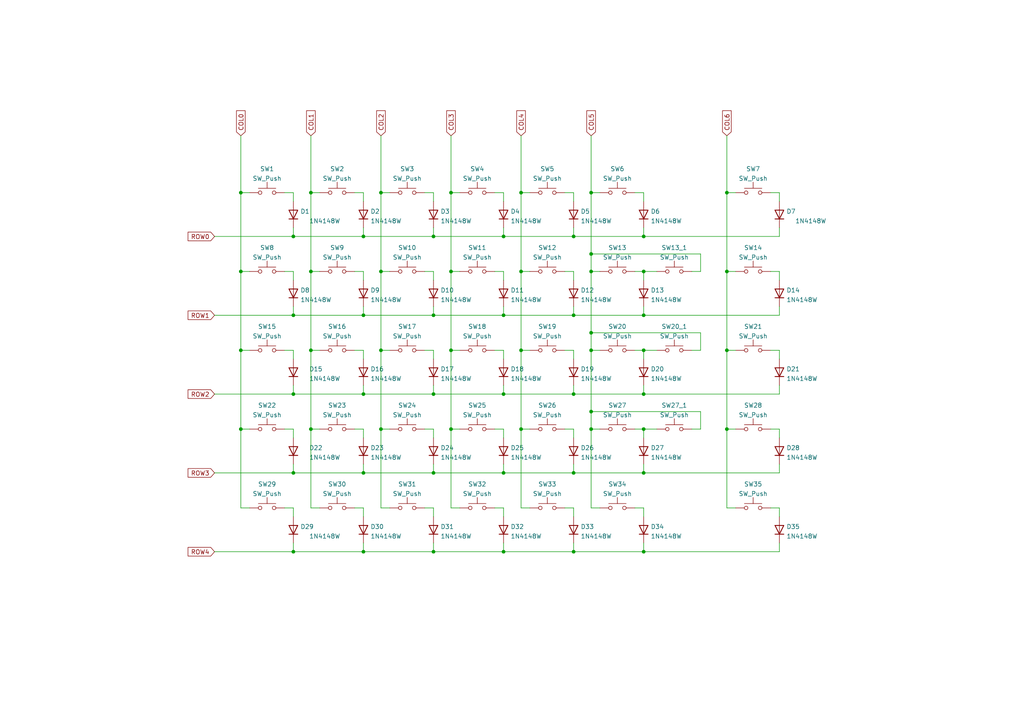
<source format=kicad_sch>
(kicad_sch (version 20210621) (generator eeschema)
  (paper "A4")
  (lib_symbols
    (symbol "Diode:1N4148W" (pin_numbers hide) (pin_names (offset 1.016) hide)
      (property "Reference" "D" (at 0 2.54 0))
      (property "Value" "1N4148W" (at 0 -2.54 0))
      (symbol "1N4148W_0_1"
        (polyline (pts (xy -1.27 1.27) (xy -1.27 -1.27)) (stroke (width 0.254)))
        (polyline (pts (xy 1.27 0) (xy -1.27 0)))
        (polyline (pts (xy 1.27 1.27) (xy 1.27 -1.27) (xy -1.27 0) (xy 1.27 1.27)) (stroke (width 0.254)))
      )
      (symbol "1N4148W_1_1"
        (pin passive line (at -3.81 0 0) (length 2.54) (name "K") (number "1"))
        (pin passive line (at 3.81 0 180) (length 2.54) (name "A") (number "2"))
      )
    )
    (symbol "Switch:SW_Push" (pin_numbers hide) (pin_names (offset 1.016) hide)
      (property "Reference" "SW" (at 1.27 2.54 0))
      (property "Value" "SW_Push" (at 0 -1.524 0))
      (symbol "SW_Push_0_1"
        (circle (center -2.032 0) (radius 0.508))
        (circle (center 2.032 0) (radius 0.508))
        (polyline (pts (xy 0 1.27) (xy 0 3.048)))
        (polyline (pts (xy 2.54 1.27) (xy -2.54 1.27)))
        (pin passive line (at -5.08 0 0) (length 2.54) (name "1") (number "1"))
        (pin passive line (at 5.08 0 180) (length 2.54) (name "2") (number "2"))
      )
    )
  )
  (junction (at 69.85 55.88))
  (junction (at 69.85 78.74))
  (junction (at 69.85 101.6))
  (junction (at 69.85 124.46))
  (junction (at 85.09 68.58))
  (junction (at 85.09 91.44))
  (junction (at 85.09 114.3))
  (junction (at 85.09 137.16))
  (junction (at 85.09 160.02))
  (junction (at 90.17 55.88))
  (junction (at 90.17 78.74))
  (junction (at 90.17 101.6))
  (junction (at 90.17 124.46))
  (junction (at 105.41 68.58))
  (junction (at 105.41 91.44))
  (junction (at 105.41 114.3))
  (junction (at 105.41 137.16))
  (junction (at 105.41 160.02))
  (junction (at 110.49 55.88))
  (junction (at 110.49 78.74))
  (junction (at 110.49 101.6))
  (junction (at 110.49 124.46))
  (junction (at 125.73 68.58))
  (junction (at 125.73 91.44))
  (junction (at 125.73 114.3))
  (junction (at 125.73 137.16))
  (junction (at 125.73 160.02))
  (junction (at 130.81 55.88))
  (junction (at 130.81 78.74))
  (junction (at 130.81 101.6))
  (junction (at 130.81 124.46))
  (junction (at 146.05 68.58))
  (junction (at 146.05 91.44))
  (junction (at 146.05 114.3))
  (junction (at 146.05 137.16))
  (junction (at 146.05 160.02))
  (junction (at 151.13 55.88))
  (junction (at 151.13 78.74))
  (junction (at 151.13 101.6))
  (junction (at 151.13 124.46))
  (junction (at 166.37 68.58))
  (junction (at 166.37 91.44))
  (junction (at 166.37 114.3))
  (junction (at 166.37 137.16))
  (junction (at 166.37 160.02))
  (junction (at 171.45 55.88))
  (junction (at 171.45 73.66))
  (junction (at 171.45 78.74))
  (junction (at 171.45 96.52))
  (junction (at 171.45 101.6))
  (junction (at 171.45 119.38))
  (junction (at 171.45 124.46))
  (junction (at 186.69 68.58))
  (junction (at 186.69 78.74))
  (junction (at 186.69 91.44))
  (junction (at 186.69 101.6))
  (junction (at 186.69 114.3))
  (junction (at 186.69 124.46))
  (junction (at 186.69 137.16))
  (junction (at 186.69 160.02))
  (junction (at 210.82 55.88))
  (junction (at 210.82 78.74))
  (junction (at 210.82 101.6))
  (junction (at 210.82 124.46))
  (wire (pts (xy 62.23 68.58) (xy 85.09 68.58)))
  (wire (pts (xy 62.23 91.44) (xy 85.09 91.44)))
  (wire (pts (xy 62.23 114.3) (xy 85.09 114.3)))
  (wire (pts (xy 62.23 137.16) (xy 85.09 137.16)))
  (wire (pts (xy 62.23 160.02) (xy 85.09 160.02)))
  (wire (pts (xy 69.85 39.37) (xy 69.85 55.88)))
  (wire (pts (xy 69.85 55.88) (xy 69.85 78.74)))
  (wire (pts (xy 69.85 78.74) (xy 69.85 101.6)))
  (wire (pts (xy 69.85 78.74) (xy 72.39 78.74)))
  (wire (pts (xy 69.85 101.6) (xy 69.85 124.46)))
  (wire (pts (xy 69.85 101.6) (xy 72.39 101.6)))
  (wire (pts (xy 69.85 124.46) (xy 69.85 147.32)))
  (wire (pts (xy 69.85 124.46) (xy 72.39 124.46)))
  (wire (pts (xy 69.85 147.32) (xy 72.39 147.32)))
  (wire (pts (xy 72.39 55.88) (xy 69.85 55.88)))
  (wire (pts (xy 82.55 55.88) (xy 85.09 55.88)))
  (wire (pts (xy 82.55 78.74) (xy 85.09 78.74)))
  (wire (pts (xy 82.55 101.6) (xy 85.09 101.6)))
  (wire (pts (xy 82.55 124.46) (xy 85.09 124.46)))
  (wire (pts (xy 82.55 147.32) (xy 85.09 147.32)))
  (wire (pts (xy 85.09 55.88) (xy 85.09 58.42)))
  (wire (pts (xy 85.09 66.04) (xy 85.09 68.58)))
  (wire (pts (xy 85.09 68.58) (xy 105.41 68.58)))
  (wire (pts (xy 85.09 78.74) (xy 85.09 81.28)))
  (wire (pts (xy 85.09 88.9) (xy 85.09 91.44)))
  (wire (pts (xy 85.09 91.44) (xy 105.41 91.44)))
  (wire (pts (xy 85.09 101.6) (xy 85.09 104.14)))
  (wire (pts (xy 85.09 111.76) (xy 85.09 114.3)))
  (wire (pts (xy 85.09 114.3) (xy 105.41 114.3)))
  (wire (pts (xy 85.09 124.46) (xy 85.09 127)))
  (wire (pts (xy 85.09 134.62) (xy 85.09 137.16)))
  (wire (pts (xy 85.09 137.16) (xy 105.41 137.16)))
  (wire (pts (xy 85.09 147.32) (xy 85.09 149.86)))
  (wire (pts (xy 85.09 157.48) (xy 85.09 160.02)))
  (wire (pts (xy 85.09 160.02) (xy 105.41 160.02)))
  (wire (pts (xy 90.17 39.37) (xy 90.17 55.88)))
  (wire (pts (xy 90.17 55.88) (xy 90.17 78.74)))
  (wire (pts (xy 90.17 78.74) (xy 90.17 101.6)))
  (wire (pts (xy 90.17 78.74) (xy 92.71 78.74)))
  (wire (pts (xy 90.17 101.6) (xy 90.17 124.46)))
  (wire (pts (xy 90.17 101.6) (xy 92.71 101.6)))
  (wire (pts (xy 90.17 124.46) (xy 90.17 147.32)))
  (wire (pts (xy 90.17 124.46) (xy 92.71 124.46)))
  (wire (pts (xy 90.17 147.32) (xy 92.71 147.32)))
  (wire (pts (xy 92.71 55.88) (xy 90.17 55.88)))
  (wire (pts (xy 102.87 55.88) (xy 105.41 55.88)))
  (wire (pts (xy 102.87 78.74) (xy 105.41 78.74)))
  (wire (pts (xy 102.87 101.6) (xy 105.41 101.6)))
  (wire (pts (xy 102.87 124.46) (xy 105.41 124.46)))
  (wire (pts (xy 102.87 147.32) (xy 105.41 147.32)))
  (wire (pts (xy 105.41 55.88) (xy 105.41 58.42)))
  (wire (pts (xy 105.41 66.04) (xy 105.41 68.58)))
  (wire (pts (xy 105.41 68.58) (xy 125.73 68.58)))
  (wire (pts (xy 105.41 78.74) (xy 105.41 81.28)))
  (wire (pts (xy 105.41 88.9) (xy 105.41 91.44)))
  (wire (pts (xy 105.41 91.44) (xy 125.73 91.44)))
  (wire (pts (xy 105.41 101.6) (xy 105.41 104.14)))
  (wire (pts (xy 105.41 111.76) (xy 105.41 114.3)))
  (wire (pts (xy 105.41 114.3) (xy 125.73 114.3)))
  (wire (pts (xy 105.41 124.46) (xy 105.41 127)))
  (wire (pts (xy 105.41 134.62) (xy 105.41 137.16)))
  (wire (pts (xy 105.41 137.16) (xy 125.73 137.16)))
  (wire (pts (xy 105.41 147.32) (xy 105.41 149.86)))
  (wire (pts (xy 105.41 157.48) (xy 105.41 160.02)))
  (wire (pts (xy 105.41 160.02) (xy 125.73 160.02)))
  (wire (pts (xy 110.49 39.37) (xy 110.49 55.88)))
  (wire (pts (xy 110.49 55.88) (xy 110.49 78.74)))
  (wire (pts (xy 110.49 78.74) (xy 110.49 101.6)))
  (wire (pts (xy 110.49 78.74) (xy 113.03 78.74)))
  (wire (pts (xy 110.49 101.6) (xy 110.49 124.46)))
  (wire (pts (xy 110.49 101.6) (xy 113.03 101.6)))
  (wire (pts (xy 110.49 124.46) (xy 110.49 147.32)))
  (wire (pts (xy 110.49 124.46) (xy 113.03 124.46)))
  (wire (pts (xy 110.49 147.32) (xy 113.03 147.32)))
  (wire (pts (xy 113.03 55.88) (xy 110.49 55.88)))
  (wire (pts (xy 123.19 78.74) (xy 125.73 78.74)))
  (wire (pts (xy 123.19 101.6) (xy 125.73 101.6)))
  (wire (pts (xy 123.19 124.46) (xy 125.73 124.46)))
  (wire (pts (xy 123.19 147.32) (xy 125.73 147.32)))
  (wire (pts (xy 125.73 55.88) (xy 123.19 55.88)))
  (wire (pts (xy 125.73 58.42) (xy 125.73 55.88)))
  (wire (pts (xy 125.73 66.04) (xy 125.73 68.58)))
  (wire (pts (xy 125.73 68.58) (xy 146.05 68.58)))
  (wire (pts (xy 125.73 78.74) (xy 125.73 81.28)))
  (wire (pts (xy 125.73 88.9) (xy 125.73 91.44)))
  (wire (pts (xy 125.73 91.44) (xy 146.05 91.44)))
  (wire (pts (xy 125.73 101.6) (xy 125.73 104.14)))
  (wire (pts (xy 125.73 111.76) (xy 125.73 114.3)))
  (wire (pts (xy 125.73 114.3) (xy 146.05 114.3)))
  (wire (pts (xy 125.73 124.46) (xy 125.73 127)))
  (wire (pts (xy 125.73 134.62) (xy 125.73 137.16)))
  (wire (pts (xy 125.73 137.16) (xy 146.05 137.16)))
  (wire (pts (xy 125.73 147.32) (xy 125.73 149.86)))
  (wire (pts (xy 125.73 157.48) (xy 125.73 160.02)))
  (wire (pts (xy 125.73 160.02) (xy 146.05 160.02)))
  (wire (pts (xy 130.81 39.37) (xy 130.81 55.88)))
  (wire (pts (xy 130.81 55.88) (xy 130.81 78.74)))
  (wire (pts (xy 130.81 78.74) (xy 130.81 101.6)))
  (wire (pts (xy 130.81 78.74) (xy 133.35 78.74)))
  (wire (pts (xy 130.81 101.6) (xy 130.81 124.46)))
  (wire (pts (xy 130.81 101.6) (xy 133.35 101.6)))
  (wire (pts (xy 130.81 124.46) (xy 130.81 147.32)))
  (wire (pts (xy 130.81 124.46) (xy 133.35 124.46)))
  (wire (pts (xy 130.81 147.32) (xy 133.35 147.32)))
  (wire (pts (xy 133.35 55.88) (xy 130.81 55.88)))
  (wire (pts (xy 143.51 78.74) (xy 146.05 78.74)))
  (wire (pts (xy 143.51 101.6) (xy 146.05 101.6)))
  (wire (pts (xy 143.51 124.46) (xy 146.05 124.46)))
  (wire (pts (xy 143.51 147.32) (xy 146.05 147.32)))
  (wire (pts (xy 146.05 55.88) (xy 143.51 55.88)))
  (wire (pts (xy 146.05 58.42) (xy 146.05 55.88)))
  (wire (pts (xy 146.05 66.04) (xy 146.05 68.58)))
  (wire (pts (xy 146.05 68.58) (xy 166.37 68.58)))
  (wire (pts (xy 146.05 78.74) (xy 146.05 81.28)))
  (wire (pts (xy 146.05 88.9) (xy 146.05 91.44)))
  (wire (pts (xy 146.05 91.44) (xy 166.37 91.44)))
  (wire (pts (xy 146.05 101.6) (xy 146.05 104.14)))
  (wire (pts (xy 146.05 111.76) (xy 146.05 114.3)))
  (wire (pts (xy 146.05 114.3) (xy 166.37 114.3)))
  (wire (pts (xy 146.05 124.46) (xy 146.05 127)))
  (wire (pts (xy 146.05 134.62) (xy 146.05 137.16)))
  (wire (pts (xy 146.05 137.16) (xy 166.37 137.16)))
  (wire (pts (xy 146.05 147.32) (xy 146.05 149.86)))
  (wire (pts (xy 146.05 157.48) (xy 146.05 160.02)))
  (wire (pts (xy 146.05 160.02) (xy 166.37 160.02)))
  (wire (pts (xy 151.13 39.37) (xy 151.13 55.88)))
  (wire (pts (xy 151.13 55.88) (xy 151.13 78.74)))
  (wire (pts (xy 151.13 78.74) (xy 151.13 101.6)))
  (wire (pts (xy 151.13 78.74) (xy 153.67 78.74)))
  (wire (pts (xy 151.13 101.6) (xy 151.13 124.46)))
  (wire (pts (xy 151.13 101.6) (xy 153.67 101.6)))
  (wire (pts (xy 151.13 124.46) (xy 151.13 147.32)))
  (wire (pts (xy 151.13 124.46) (xy 153.67 124.46)))
  (wire (pts (xy 151.13 147.32) (xy 153.67 147.32)))
  (wire (pts (xy 153.67 55.88) (xy 151.13 55.88)))
  (wire (pts (xy 163.83 55.88) (xy 166.37 55.88)))
  (wire (pts (xy 163.83 78.74) (xy 166.37 78.74)))
  (wire (pts (xy 163.83 101.6) (xy 166.37 101.6)))
  (wire (pts (xy 163.83 124.46) (xy 166.37 124.46)))
  (wire (pts (xy 163.83 147.32) (xy 166.37 147.32)))
  (wire (pts (xy 166.37 58.42) (xy 166.37 55.88)))
  (wire (pts (xy 166.37 66.04) (xy 166.37 68.58)))
  (wire (pts (xy 166.37 68.58) (xy 186.69 68.58)))
  (wire (pts (xy 166.37 78.74) (xy 166.37 81.28)))
  (wire (pts (xy 166.37 88.9) (xy 166.37 91.44)))
  (wire (pts (xy 166.37 91.44) (xy 186.69 91.44)))
  (wire (pts (xy 166.37 101.6) (xy 166.37 104.14)))
  (wire (pts (xy 166.37 111.76) (xy 166.37 114.3)))
  (wire (pts (xy 166.37 114.3) (xy 186.69 114.3)))
  (wire (pts (xy 166.37 124.46) (xy 166.37 127)))
  (wire (pts (xy 166.37 134.62) (xy 166.37 137.16)))
  (wire (pts (xy 166.37 137.16) (xy 186.69 137.16)))
  (wire (pts (xy 166.37 147.32) (xy 166.37 149.86)))
  (wire (pts (xy 166.37 157.48) (xy 166.37 160.02)))
  (wire (pts (xy 166.37 160.02) (xy 186.69 160.02)))
  (wire (pts (xy 171.45 39.37) (xy 171.45 55.88)))
  (wire (pts (xy 171.45 55.88) (xy 171.45 73.66)))
  (wire (pts (xy 171.45 73.66) (xy 171.45 78.74)))
  (wire (pts (xy 171.45 78.74) (xy 171.45 96.52)))
  (wire (pts (xy 171.45 78.74) (xy 173.99 78.74)))
  (wire (pts (xy 171.45 96.52) (xy 171.45 101.6)))
  (wire (pts (xy 171.45 101.6) (xy 171.45 119.38)))
  (wire (pts (xy 171.45 101.6) (xy 173.99 101.6)))
  (wire (pts (xy 171.45 119.38) (xy 171.45 124.46)))
  (wire (pts (xy 171.45 119.38) (xy 203.2 119.38)))
  (wire (pts (xy 171.45 124.46) (xy 171.45 147.32)))
  (wire (pts (xy 171.45 124.46) (xy 173.99 124.46)))
  (wire (pts (xy 171.45 147.32) (xy 173.99 147.32)))
  (wire (pts (xy 173.99 55.88) (xy 171.45 55.88)))
  (wire (pts (xy 184.15 78.74) (xy 186.69 78.74)))
  (wire (pts (xy 184.15 101.6) (xy 186.69 101.6)))
  (wire (pts (xy 184.15 124.46) (xy 186.69 124.46)))
  (wire (pts (xy 184.15 147.32) (xy 186.69 147.32)))
  (wire (pts (xy 186.69 55.88) (xy 184.15 55.88)))
  (wire (pts (xy 186.69 58.42) (xy 186.69 55.88)))
  (wire (pts (xy 186.69 66.04) (xy 186.69 68.58)))
  (wire (pts (xy 186.69 68.58) (xy 226.06 68.58)))
  (wire (pts (xy 186.69 78.74) (xy 186.69 81.28)))
  (wire (pts (xy 186.69 78.74) (xy 190.5 78.74)))
  (wire (pts (xy 186.69 88.9) (xy 186.69 91.44)))
  (wire (pts (xy 186.69 91.44) (xy 226.06 91.44)))
  (wire (pts (xy 186.69 101.6) (xy 186.69 104.14)))
  (wire (pts (xy 186.69 101.6) (xy 190.5 101.6)))
  (wire (pts (xy 186.69 111.76) (xy 186.69 114.3)))
  (wire (pts (xy 186.69 114.3) (xy 226.06 114.3)))
  (wire (pts (xy 186.69 124.46) (xy 186.69 127)))
  (wire (pts (xy 186.69 124.46) (xy 190.5 124.46)))
  (wire (pts (xy 186.69 134.62) (xy 186.69 137.16)))
  (wire (pts (xy 186.69 137.16) (xy 226.06 137.16)))
  (wire (pts (xy 186.69 147.32) (xy 186.69 149.86)))
  (wire (pts (xy 186.69 157.48) (xy 186.69 160.02)))
  (wire (pts (xy 186.69 160.02) (xy 226.06 160.02)))
  (wire (pts (xy 200.66 78.74) (xy 203.2 78.74)))
  (wire (pts (xy 200.66 101.6) (xy 203.2 101.6)))
  (wire (pts (xy 200.66 124.46) (xy 203.2 124.46)))
  (wire (pts (xy 203.2 73.66) (xy 171.45 73.66)))
  (wire (pts (xy 203.2 78.74) (xy 203.2 73.66)))
  (wire (pts (xy 203.2 96.52) (xy 171.45 96.52)))
  (wire (pts (xy 203.2 101.6) (xy 203.2 96.52)))
  (wire (pts (xy 203.2 124.46) (xy 203.2 119.38)))
  (wire (pts (xy 210.82 39.37) (xy 210.82 55.88)))
  (wire (pts (xy 210.82 55.88) (xy 210.82 78.74)))
  (wire (pts (xy 210.82 78.74) (xy 210.82 101.6)))
  (wire (pts (xy 210.82 78.74) (xy 213.36 78.74)))
  (wire (pts (xy 210.82 101.6) (xy 210.82 124.46)))
  (wire (pts (xy 210.82 101.6) (xy 213.36 101.6)))
  (wire (pts (xy 210.82 124.46) (xy 210.82 147.32)))
  (wire (pts (xy 210.82 124.46) (xy 213.36 124.46)))
  (wire (pts (xy 210.82 147.32) (xy 213.36 147.32)))
  (wire (pts (xy 213.36 55.88) (xy 210.82 55.88)))
  (wire (pts (xy 223.52 78.74) (xy 226.06 78.74)))
  (wire (pts (xy 223.52 101.6) (xy 226.06 101.6)))
  (wire (pts (xy 223.52 124.46) (xy 226.06 124.46)))
  (wire (pts (xy 223.52 147.32) (xy 226.06 147.32)))
  (wire (pts (xy 226.06 55.88) (xy 223.52 55.88)))
  (wire (pts (xy 226.06 58.42) (xy 226.06 55.88)))
  (wire (pts (xy 226.06 66.04) (xy 226.06 68.58)))
  (wire (pts (xy 226.06 78.74) (xy 226.06 81.28)))
  (wire (pts (xy 226.06 88.9) (xy 226.06 91.44)))
  (wire (pts (xy 226.06 101.6) (xy 226.06 104.14)))
  (wire (pts (xy 226.06 111.76) (xy 226.06 114.3)))
  (wire (pts (xy 226.06 124.46) (xy 226.06 127)))
  (wire (pts (xy 226.06 134.62) (xy 226.06 137.16)))
  (wire (pts (xy 226.06 147.32) (xy 226.06 149.86)))
  (wire (pts (xy 226.06 157.48) (xy 226.06 160.02)))
  (global_label "ROW0" (shape input) (at 62.23 68.58 180) (property "Intersheet References" "${INTERSHEET_REFS}" (effects hide)))
  (global_label "ROW1" (shape input) (at 62.23 91.44 180) (property "Intersheet References" "${INTERSHEET_REFS}" (effects hide)))
  (global_label "ROW2" (shape input) (at 62.23 114.3 180) (property "Intersheet References" "${INTERSHEET_REFS}" (effects hide)))
  (global_label "ROW3" (shape input) (at 62.23 137.16 180) (property "Intersheet References" "${INTERSHEET_REFS}" (effects hide)))
  (global_label "ROW4" (shape input) (at 62.23 160.02 180) (property "Intersheet References" "${INTERSHEET_REFS}" (effects hide)))
  (global_label "COL0" (shape input) (at 69.85 39.37 90) (property "Intersheet References" "${INTERSHEET_REFS}" (effects hide)))
  (global_label "COL1" (shape input) (at 90.17 39.37 90) (property "Intersheet References" "${INTERSHEET_REFS}" (effects hide)))
  (global_label "COL2" (shape input) (at 110.49 39.37 90) (property "Intersheet References" "${INTERSHEET_REFS}" (effects hide)))
  (global_label "COL3" (shape input) (at 130.81 39.37 90) (property "Intersheet References" "${INTERSHEET_REFS}" (effects hide)))
  (global_label "COL4" (shape input) (at 151.13 39.37 90) (property "Intersheet References" "${INTERSHEET_REFS}" (effects hide)))
  (global_label "COL5" (shape input) (at 171.45 39.37 90) (property "Intersheet References" "${INTERSHEET_REFS}" (effects hide)))
  (global_label "COL6" (shape input) (at 210.82 39.37 90) (property "Intersheet References" "${INTERSHEET_REFS}" (effects hide)))
  (symbol (lib_id "Diode:1N4148W") (at 85.09 62.23 90) (unit 1)
    (property "Reference" "D1" (at 87.1221 61.3215 90) (effects (justify right)))
    (property "Value" "1N4148W" (at 89.6621 64.0966 90) (effects (justify right)))
    (property "Footprint" "Diode_SMD_TopBottom:D_SOD-123_TopBottom" (effects hide))
    (property "Datasheet" "https://www.vishay.com/docs/85748/1n4148w.pdf" (effects hide))
  )
  (symbol (lib_id "Diode:1N4148W") (at 85.09 85.09 90) (unit 1)
    (property "Reference" "D8" (at 87.1221 84.1815 90) (effects (justify right)))
    (property "Value" "1N4148W" (at 87.1221 86.9566 90) (effects (justify right)))
    (property "Footprint" "Diode_SMD_TopBottom:D_SOD-123_TopBottom" (effects hide))
    (property "Datasheet" "https://www.vishay.com/docs/85748/1n4148w.pdf" (effects hide))
  )
  (symbol (lib_id "Diode:1N4148W") (at 85.09 107.95 90) (unit 1)
    (property "Reference" "D15" (at 89.6621 107.0415 90) (effects (justify right)))
    (property "Value" "1N4148W" (at 89.6621 109.8166 90) (effects (justify right)))
    (property "Footprint" "Diode_SMD_TopBottom:D_SOD-123_TopBottom" (effects hide))
    (property "Datasheet" "https://www.vishay.com/docs/85748/1n4148w.pdf" (effects hide))
  )
  (symbol (lib_id "Diode:1N4148W") (at 85.09 130.81 90) (unit 1)
    (property "Reference" "D22" (at 89.6621 129.9015 90) (effects (justify right)))
    (property "Value" "1N4148W" (at 89.6621 132.6766 90) (effects (justify right)))
    (property "Footprint" "Diode_SMD_TopBottom:D_SOD-123_TopBottom" (effects hide))
    (property "Datasheet" "https://www.vishay.com/docs/85748/1n4148w.pdf" (effects hide))
  )
  (symbol (lib_id "Diode:1N4148W") (at 85.09 153.67 90) (unit 1)
    (property "Reference" "D29" (at 87.1221 152.7615 90) (effects (justify right)))
    (property "Value" "1N4148W" (at 89.6621 155.5366 90) (effects (justify right)))
    (property "Footprint" "Diode_SMD_TopBottom:D_SOD-123_TopBottom" (effects hide))
    (property "Datasheet" "https://www.vishay.com/docs/85748/1n4148w.pdf" (effects hide))
  )
  (symbol (lib_id "Diode:1N4148W") (at 105.41 62.23 90) (unit 1)
    (property "Reference" "D2" (at 107.4421 61.3215 90) (effects (justify right)))
    (property "Value" "1N4148W" (at 107.4421 64.0966 90) (effects (justify right)))
    (property "Footprint" "Diode_SMD_TopBottom:D_SOD-123_TopBottom" (effects hide))
    (property "Datasheet" "https://www.vishay.com/docs/85748/1n4148w.pdf" (effects hide))
  )
  (symbol (lib_id "Diode:1N4148W") (at 105.41 85.09 90) (unit 1)
    (property "Reference" "D9" (at 107.4421 84.1815 90) (effects (justify right)))
    (property "Value" "1N4148W" (at 107.4421 86.9566 90) (effects (justify right)))
    (property "Footprint" "Diode_SMD_TopBottom:D_SOD-123_TopBottom" (effects hide))
    (property "Datasheet" "https://www.vishay.com/docs/85748/1n4148w.pdf" (effects hide))
  )
  (symbol (lib_id "Diode:1N4148W") (at 105.41 107.95 90) (unit 1)
    (property "Reference" "D16" (at 107.4421 107.0415 90) (effects (justify right)))
    (property "Value" "1N4148W" (at 107.4421 109.8166 90) (effects (justify right)))
    (property "Footprint" "Diode_SMD_TopBottom:D_SOD-123_TopBottom" (effects hide))
    (property "Datasheet" "https://www.vishay.com/docs/85748/1n4148w.pdf" (effects hide))
  )
  (symbol (lib_id "Diode:1N4148W") (at 105.41 130.81 90) (unit 1)
    (property "Reference" "D23" (at 107.4421 129.9015 90) (effects (justify right)))
    (property "Value" "1N4148W" (at 107.4421 132.6766 90) (effects (justify right)))
    (property "Footprint" "Diode_SMD_TopBottom:D_SOD-123_TopBottom" (effects hide))
    (property "Datasheet" "https://www.vishay.com/docs/85748/1n4148w.pdf" (effects hide))
  )
  (symbol (lib_id "Diode:1N4148W") (at 105.41 153.67 90) (unit 1)
    (property "Reference" "D30" (at 107.4421 152.7615 90) (effects (justify right)))
    (property "Value" "1N4148W" (at 107.4421 155.5366 90) (effects (justify right)))
    (property "Footprint" "Diode_SMD_TopBottom:D_SOD-123_TopBottom" (effects hide))
    (property "Datasheet" "https://www.vishay.com/docs/85748/1n4148w.pdf" (effects hide))
  )
  (symbol (lib_id "Diode:1N4148W") (at 125.73 62.23 90) (unit 1)
    (property "Reference" "D3" (at 127.7621 61.3215 90) (effects (justify right)))
    (property "Value" "1N4148W" (at 127.7621 64.0966 90) (effects (justify right)))
    (property "Footprint" "Diode_SMD_TopBottom:D_SOD-123_TopBottom" (effects hide))
    (property "Datasheet" "https://www.vishay.com/docs/85748/1n4148w.pdf" (effects hide))
  )
  (symbol (lib_id "Diode:1N4148W") (at 125.73 85.09 90) (unit 1)
    (property "Reference" "D10" (at 127.7621 84.1815 90) (effects (justify right)))
    (property "Value" "1N4148W" (at 127.7621 86.9566 90) (effects (justify right)))
    (property "Footprint" "Diode_SMD_TopBottom:D_SOD-123_TopBottom" (effects hide))
    (property "Datasheet" "https://www.vishay.com/docs/85748/1n4148w.pdf" (effects hide))
  )
  (symbol (lib_id "Diode:1N4148W") (at 125.73 107.95 90) (unit 1)
    (property "Reference" "D17" (at 127.7621 107.0415 90) (effects (justify right)))
    (property "Value" "1N4148W" (at 127.7621 109.8166 90) (effects (justify right)))
    (property "Footprint" "Diode_SMD_TopBottom:D_SOD-123_TopBottom" (effects hide))
    (property "Datasheet" "https://www.vishay.com/docs/85748/1n4148w.pdf" (effects hide))
  )
  (symbol (lib_id "Diode:1N4148W") (at 125.73 130.81 90) (unit 1)
    (property "Reference" "D24" (at 127.7621 129.9015 90) (effects (justify right)))
    (property "Value" "1N4148W" (at 127.7621 132.6766 90) (effects (justify right)))
    (property "Footprint" "Diode_SMD_TopBottom:D_SOD-123_TopBottom" (effects hide))
    (property "Datasheet" "https://www.vishay.com/docs/85748/1n4148w.pdf" (effects hide))
  )
  (symbol (lib_id "Diode:1N4148W") (at 125.73 153.67 90) (unit 1)
    (property "Reference" "D31" (at 127.7621 152.7615 90) (effects (justify right)))
    (property "Value" "1N4148W" (at 127.7621 155.5366 90) (effects (justify right)))
    (property "Footprint" "Diode_SMD_TopBottom:D_SOD-123_TopBottom" (effects hide))
    (property "Datasheet" "https://www.vishay.com/docs/85748/1n4148w.pdf" (effects hide))
  )
  (symbol (lib_id "Diode:1N4148W") (at 146.05 62.23 90) (unit 1)
    (property "Reference" "D4" (at 148.0821 61.3215 90) (effects (justify right)))
    (property "Value" "1N4148W" (at 148.0821 64.0966 90) (effects (justify right)))
    (property "Footprint" "Diode_SMD_TopBottom:D_SOD-123_TopBottom" (effects hide))
    (property "Datasheet" "https://www.vishay.com/docs/85748/1n4148w.pdf" (effects hide))
  )
  (symbol (lib_id "Diode:1N4148W") (at 146.05 85.09 90) (unit 1)
    (property "Reference" "D11" (at 148.0821 84.1815 90) (effects (justify right)))
    (property "Value" "1N4148W" (at 148.0821 86.9566 90) (effects (justify right)))
    (property "Footprint" "Diode_SMD_TopBottom:D_SOD-123_TopBottom" (effects hide))
    (property "Datasheet" "https://www.vishay.com/docs/85748/1n4148w.pdf" (effects hide))
  )
  (symbol (lib_id "Diode:1N4148W") (at 146.05 107.95 90) (unit 1)
    (property "Reference" "D18" (at 148.0821 107.0415 90) (effects (justify right)))
    (property "Value" "1N4148W" (at 148.0821 109.8166 90) (effects (justify right)))
    (property "Footprint" "Diode_SMD_TopBottom:D_SOD-123_TopBottom" (effects hide))
    (property "Datasheet" "https://www.vishay.com/docs/85748/1n4148w.pdf" (effects hide))
  )
  (symbol (lib_id "Diode:1N4148W") (at 146.05 130.81 90) (unit 1)
    (property "Reference" "D25" (at 148.0821 129.9015 90) (effects (justify right)))
    (property "Value" "1N4148W" (at 148.0821 132.6766 90) (effects (justify right)))
    (property "Footprint" "Diode_SMD_TopBottom:D_SOD-123_TopBottom" (effects hide))
    (property "Datasheet" "https://www.vishay.com/docs/85748/1n4148w.pdf" (effects hide))
  )
  (symbol (lib_id "Diode:1N4148W") (at 146.05 153.67 90) (unit 1)
    (property "Reference" "D32" (at 148.0821 152.7615 90) (effects (justify right)))
    (property "Value" "1N4148W" (at 148.0821 155.5366 90) (effects (justify right)))
    (property "Footprint" "Diode_SMD_TopBottom:D_SOD-123_TopBottom" (effects hide))
    (property "Datasheet" "https://www.vishay.com/docs/85748/1n4148w.pdf" (effects hide))
  )
  (symbol (lib_id "Diode:1N4148W") (at 166.37 62.23 90) (unit 1)
    (property "Reference" "D5" (at 168.4021 61.3215 90) (effects (justify right)))
    (property "Value" "1N4148W" (at 168.4021 64.0966 90) (effects (justify right)))
    (property "Footprint" "Diode_SMD_TopBottom:D_SOD-123_TopBottom" (effects hide))
    (property "Datasheet" "https://www.vishay.com/docs/85748/1n4148w.pdf" (effects hide))
  )
  (symbol (lib_id "Diode:1N4148W") (at 166.37 85.09 90) (unit 1)
    (property "Reference" "D12" (at 168.4021 84.1815 90) (effects (justify right)))
    (property "Value" "1N4148W" (at 168.4021 86.9566 90) (effects (justify right)))
    (property "Footprint" "Diode_SMD_TopBottom:D_SOD-123_TopBottom" (effects hide))
    (property "Datasheet" "https://www.vishay.com/docs/85748/1n4148w.pdf" (effects hide))
  )
  (symbol (lib_id "Diode:1N4148W") (at 166.37 107.95 90) (unit 1)
    (property "Reference" "D19" (at 168.4021 107.0415 90) (effects (justify right)))
    (property "Value" "1N4148W" (at 168.4021 109.8166 90) (effects (justify right)))
    (property "Footprint" "Diode_SMD_TopBottom:D_SOD-123_TopBottom" (effects hide))
    (property "Datasheet" "https://www.vishay.com/docs/85748/1n4148w.pdf" (effects hide))
  )
  (symbol (lib_id "Diode:1N4148W") (at 166.37 130.81 90) (unit 1)
    (property "Reference" "D26" (at 168.4021 129.9015 90) (effects (justify right)))
    (property "Value" "1N4148W" (at 168.4021 132.6766 90) (effects (justify right)))
    (property "Footprint" "Diode_SMD_TopBottom:D_SOD-123_TopBottom" (effects hide))
    (property "Datasheet" "https://www.vishay.com/docs/85748/1n4148w.pdf" (effects hide))
  )
  (symbol (lib_id "Diode:1N4148W") (at 166.37 153.67 90) (unit 1)
    (property "Reference" "D33" (at 168.4021 152.7615 90) (effects (justify right)))
    (property "Value" "1N4148W" (at 168.4021 155.5366 90) (effects (justify right)))
    (property "Footprint" "Diode_SMD_TopBottom:D_SOD-123_TopBottom" (effects hide))
    (property "Datasheet" "https://www.vishay.com/docs/85748/1n4148w.pdf" (effects hide))
  )
  (symbol (lib_id "Diode:1N4148W") (at 186.69 62.23 90) (unit 1)
    (property "Reference" "D6" (at 188.7221 61.3215 90) (effects (justify right)))
    (property "Value" "1N4148W" (at 188.7221 64.0966 90) (effects (justify right)))
    (property "Footprint" "Diode_SMD_TopBottom:D_SOD-123_TopBottom" (effects hide))
    (property "Datasheet" "https://www.vishay.com/docs/85748/1n4148w.pdf" (effects hide))
  )
  (symbol (lib_id "Diode:1N4148W") (at 186.69 85.09 90) (unit 1)
    (property "Reference" "D13" (at 188.7221 84.1815 90) (effects (justify right)))
    (property "Value" "1N4148W" (at 188.7221 86.9566 90) (effects (justify right)))
    (property "Footprint" "Diode_SMD_TopBottom:D_SOD-123_TopBottom" (effects hide))
    (property "Datasheet" "https://www.vishay.com/docs/85748/1n4148w.pdf" (effects hide))
  )
  (symbol (lib_id "Diode:1N4148W") (at 186.69 107.95 90) (unit 1)
    (property "Reference" "D20" (at 188.7221 107.0415 90) (effects (justify right)))
    (property "Value" "1N4148W" (at 188.7221 109.8166 90) (effects (justify right)))
    (property "Footprint" "Diode_SMD_TopBottom:D_SOD-123_TopBottom" (effects hide))
    (property "Datasheet" "https://www.vishay.com/docs/85748/1n4148w.pdf" (effects hide))
  )
  (symbol (lib_id "Diode:1N4148W") (at 186.69 130.81 90) (unit 1)
    (property "Reference" "D27" (at 188.7221 129.9015 90) (effects (justify right)))
    (property "Value" "1N4148W" (at 188.7221 132.6766 90) (effects (justify right)))
    (property "Footprint" "Diode_SMD_TopBottom:D_SOD-123_TopBottom" (effects hide))
    (property "Datasheet" "https://www.vishay.com/docs/85748/1n4148w.pdf" (effects hide))
  )
  (symbol (lib_id "Diode:1N4148W") (at 186.69 153.67 90) (unit 1)
    (property "Reference" "D34" (at 188.7221 152.7615 90) (effects (justify right)))
    (property "Value" "1N4148W" (at 188.7221 155.5366 90) (effects (justify right)))
    (property "Footprint" "Diode_SMD_TopBottom:D_SOD-123_TopBottom" (effects hide))
    (property "Datasheet" "https://www.vishay.com/docs/85748/1n4148w.pdf" (effects hide))
  )
  (symbol (lib_id "Diode:1N4148W") (at 226.06 62.23 90) (unit 1)
    (property "Reference" "D7" (at 228.0921 61.3215 90) (effects (justify right)))
    (property "Value" "1N4148W" (at 230.6321 64.0966 90) (effects (justify right)))
    (property "Footprint" "Diode_SMD_TopBottom:D_SOD-123_TopBottom" (effects hide))
    (property "Datasheet" "https://www.vishay.com/docs/85748/1n4148w.pdf" (effects hide))
  )
  (symbol (lib_id "Diode:1N4148W") (at 226.06 85.09 90) (unit 1)
    (property "Reference" "D14" (at 228.0921 84.1815 90) (effects (justify right)))
    (property "Value" "1N4148W" (at 228.0921 86.9566 90) (effects (justify right)))
    (property "Footprint" "Diode_SMD_TopBottom:D_SOD-123_TopBottom" (effects hide))
    (property "Datasheet" "https://www.vishay.com/docs/85748/1n4148w.pdf" (effects hide))
  )
  (symbol (lib_id "Diode:1N4148W") (at 226.06 107.95 90) (unit 1)
    (property "Reference" "D21" (at 228.0921 107.0415 90) (effects (justify right)))
    (property "Value" "1N4148W" (at 228.0921 109.8166 90) (effects (justify right)))
    (property "Footprint" "Diode_SMD_TopBottom:D_SOD-123_TopBottom" (effects hide))
    (property "Datasheet" "https://www.vishay.com/docs/85748/1n4148w.pdf" (effects hide))
  )
  (symbol (lib_id "Diode:1N4148W") (at 226.06 130.81 90) (unit 1)
    (property "Reference" "D28" (at 228.0921 129.9015 90) (effects (justify right)))
    (property "Value" "1N4148W" (at 228.0921 132.6766 90) (effects (justify right)))
    (property "Footprint" "Diode_SMD_TopBottom:D_SOD-123_TopBottom" (effects hide))
    (property "Datasheet" "https://www.vishay.com/docs/85748/1n4148w.pdf" (effects hide))
  )
  (symbol (lib_id "Diode:1N4148W") (at 226.06 153.67 90) (unit 1)
    (property "Reference" "D35" (at 228.0921 152.7615 90) (effects (justify right)))
    (property "Value" "1N4148W" (at 228.0921 155.5366 90) (effects (justify right)))
    (property "Footprint" "Diode_SMD_TopBottom:D_SOD-123_TopBottom" (effects hide))
    (property "Datasheet" "https://www.vishay.com/docs/85748/1n4148w.pdf" (effects hide))
  )
  (symbol (lib_id "Switch:SW_Push") (at 77.47 55.88 0) (unit 1)
    (property "Reference" "SW1" (at 77.47 48.9924 0))
    (property "Value" "SW_Push" (at 77.47 51.7675 0))
    (property "Footprint" "Button_Switch_Keyboard_Swappable:SW_Cherry_MX_1.00u_Kailh_Socket_TopBottom" (effects hide))
  )
  (symbol (lib_id "Switch:SW_Push") (at 77.47 78.74 0) (unit 1)
    (property "Reference" "SW8" (at 77.47 71.8524 0))
    (property "Value" "SW_Push" (at 77.47 74.6275 0))
    (property "Footprint" "Button_Switch_Keyboard_Swappable:SW_Cherry_MX_1.00u_Kailh_Socket_TopBottom" (effects hide))
  )
  (symbol (lib_id "Switch:SW_Push") (at 77.47 101.6 0) (unit 1)
    (property "Reference" "SW15" (at 77.47 94.7124 0))
    (property "Value" "SW_Push" (at 77.47 97.4875 0))
    (property "Footprint" "Button_Switch_Keyboard_Swappable:SW_Cherry_MX_1.00u_Kailh_Socket_TopBottom" (effects hide))
  )
  (symbol (lib_id "Switch:SW_Push") (at 77.47 124.46 0) (unit 1)
    (property "Reference" "SW22" (at 77.47 117.5724 0))
    (property "Value" "SW_Push" (at 77.47 120.3475 0))
    (property "Footprint" "Button_Switch_Keyboard_Swappable:SW_Cherry_MX_1.00u_Kailh_Socket_TopBottom" (effects hide))
  )
  (symbol (lib_id "Switch:SW_Push") (at 77.47 147.32 0) (unit 1)
    (property "Reference" "SW29" (at 77.47 140.4324 0))
    (property "Value" "SW_Push" (at 77.47 143.2075 0))
    (property "Footprint" "Button_Switch_Keyboard_Swappable:SW_Cherry_MX_1.00u_Kailh_Socket_TopBottom" (effects hide))
  )
  (symbol (lib_id "Switch:SW_Push") (at 97.79 55.88 0) (unit 1)
    (property "Reference" "SW2" (at 97.79 48.9924 0))
    (property "Value" "SW_Push" (at 97.79 51.7675 0))
    (property "Footprint" "Button_Switch_Keyboard_Swappable:SW_Cherry_MX_1.00u_Kailh_Socket_TopBottom" (effects hide))
  )
  (symbol (lib_id "Switch:SW_Push") (at 97.79 78.74 0) (unit 1)
    (property "Reference" "SW9" (at 97.79 71.8524 0))
    (property "Value" "SW_Push" (at 97.79 74.6275 0))
    (property "Footprint" "Button_Switch_Keyboard_Swappable:SW_Cherry_MX_1.00u_Kailh_Socket_TopBottom" (effects hide))
  )
  (symbol (lib_id "Switch:SW_Push") (at 97.79 101.6 0) (unit 1)
    (property "Reference" "SW16" (at 97.79 94.7124 0))
    (property "Value" "SW_Push" (at 97.79 97.4875 0))
    (property "Footprint" "Button_Switch_Keyboard_Swappable:SW_Cherry_MX_1.00u_Kailh_Socket_TopBottom" (effects hide))
  )
  (symbol (lib_id "Switch:SW_Push") (at 97.79 124.46 0) (unit 1)
    (property "Reference" "SW23" (at 97.79 117.5724 0))
    (property "Value" "SW_Push" (at 97.79 120.3475 0))
    (property "Footprint" "Button_Switch_Keyboard_Swappable:SW_Cherry_MX_1.00u_Kailh_Socket_TopBottom" (effects hide))
  )
  (symbol (lib_id "Switch:SW_Push") (at 97.79 147.32 0) (unit 1)
    (property "Reference" "SW30" (at 97.79 140.4324 0))
    (property "Value" "SW_Push" (at 97.79 143.2075 0))
    (property "Footprint" "Button_Switch_Keyboard_Swappable:SW_Cherry_MX_1.00u_Kailh_Socket_TopBottom" (effects hide))
  )
  (symbol (lib_id "Switch:SW_Push") (at 118.11 55.88 0) (unit 1)
    (property "Reference" "SW3" (at 118.11 48.9924 0))
    (property "Value" "SW_Push" (at 118.11 51.7675 0))
    (property "Footprint" "Button_Switch_Keyboard_Swappable:SW_Cherry_MX_1.00u_Kailh_Socket_TopBottom" (effects hide))
  )
  (symbol (lib_id "Switch:SW_Push") (at 118.11 78.74 0) (unit 1)
    (property "Reference" "SW10" (at 118.11 71.8524 0))
    (property "Value" "SW_Push" (at 118.11 74.6275 0))
    (property "Footprint" "Button_Switch_Keyboard_Swappable:SW_Cherry_MX_1.00u_Kailh_Socket_TopBottom" (effects hide))
  )
  (symbol (lib_id "Switch:SW_Push") (at 118.11 101.6 0) (unit 1)
    (property "Reference" "SW17" (at 118.11 94.7124 0))
    (property "Value" "SW_Push" (at 118.11 97.4875 0))
    (property "Footprint" "Button_Switch_Keyboard_Swappable:SW_Cherry_MX_1.00u_Kailh_Socket_TopBottom" (effects hide))
  )
  (symbol (lib_id "Switch:SW_Push") (at 118.11 124.46 0) (unit 1)
    (property "Reference" "SW24" (at 118.11 117.5724 0))
    (property "Value" "SW_Push" (at 118.11 120.3475 0))
    (property "Footprint" "Button_Switch_Keyboard_Swappable:SW_Cherry_MX_1.00u_Kailh_Socket_TopBottom" (effects hide))
  )
  (symbol (lib_id "Switch:SW_Push") (at 118.11 147.32 0) (unit 1)
    (property "Reference" "SW31" (at 118.11 140.4324 0))
    (property "Value" "SW_Push" (at 118.11 143.2075 0))
    (property "Footprint" "Button_Switch_Keyboard_Swappable:SW_Cherry_MX_1.25u_Kailh_Socket_TopBottom" (effects hide))
  )
  (symbol (lib_id "Switch:SW_Push") (at 138.43 55.88 0) (unit 1)
    (property "Reference" "SW4" (at 138.43 48.9924 0))
    (property "Value" "SW_Push" (at 138.43 51.7675 0))
    (property "Footprint" "Button_Switch_Keyboard_Swappable:SW_Cherry_MX_1.00u_Kailh_Socket_TopBottom" (effects hide))
  )
  (symbol (lib_id "Switch:SW_Push") (at 138.43 78.74 0) (unit 1)
    (property "Reference" "SW11" (at 138.43 71.8524 0))
    (property "Value" "SW_Push" (at 138.43 74.6275 0))
    (property "Footprint" "Button_Switch_Keyboard_Swappable:SW_Cherry_MX_1.00u_Kailh_Socket_TopBottom" (effects hide))
  )
  (symbol (lib_id "Switch:SW_Push") (at 138.43 101.6 0) (unit 1)
    (property "Reference" "SW18" (at 138.43 94.7124 0))
    (property "Value" "SW_Push" (at 138.43 97.4875 0))
    (property "Footprint" "Button_Switch_Keyboard_Swappable:SW_Cherry_MX_1.00u_Kailh_Socket_TopBottom" (effects hide))
  )
  (symbol (lib_id "Switch:SW_Push") (at 138.43 124.46 0) (unit 1)
    (property "Reference" "SW25" (at 138.43 117.5724 0))
    (property "Value" "SW_Push" (at 138.43 120.3475 0))
    (property "Footprint" "Button_Switch_Keyboard_Swappable:SW_Cherry_MX_1.00u_Kailh_Socket_TopBottom" (effects hide))
  )
  (symbol (lib_id "Switch:SW_Push") (at 138.43 147.32 0) (unit 1)
    (property "Reference" "SW32" (at 138.43 140.4324 0))
    (property "Value" "SW_Push" (at 138.43 143.2075 0))
    (property "Footprint" "Button_Switch_Keyboard_Swappable:SW_Cherry_MX_1.00u_Kailh_Socket_TopBottom" (effects hide))
  )
  (symbol (lib_id "Switch:SW_Push") (at 158.75 55.88 0) (unit 1)
    (property "Reference" "SW5" (at 158.75 48.9924 0))
    (property "Value" "SW_Push" (at 158.75 51.7675 0))
    (property "Footprint" "Button_Switch_Keyboard_Swappable:SW_Cherry_MX_1.00u_Kailh_Socket_TopBottom" (effects hide))
  )
  (symbol (lib_id "Switch:SW_Push") (at 158.75 78.74 0) (unit 1)
    (property "Reference" "SW12" (at 158.75 71.8524 0))
    (property "Value" "SW_Push" (at 158.75 74.6275 0))
    (property "Footprint" "Button_Switch_Keyboard_Swappable:SW_Cherry_MX_1.00u_Kailh_Socket_TopBottom" (effects hide))
  )
  (symbol (lib_id "Switch:SW_Push") (at 158.75 101.6 0) (unit 1)
    (property "Reference" "SW19" (at 158.75 94.7124 0))
    (property "Value" "SW_Push" (at 158.75 97.4875 0))
    (property "Footprint" "Button_Switch_Keyboard_Swappable:SW_Cherry_MX_1.00u_Kailh_Socket_TopBottom" (effects hide))
  )
  (symbol (lib_id "Switch:SW_Push") (at 158.75 124.46 0) (unit 1)
    (property "Reference" "SW26" (at 158.75 117.5724 0))
    (property "Value" "SW_Push" (at 158.75 120.3475 0))
    (property "Footprint" "Button_Switch_Keyboard_Swappable:SW_Cherry_MX_1.00u_Kailh_Socket_TopBottom" (effects hide))
  )
  (symbol (lib_id "Switch:SW_Push") (at 158.75 147.32 0) (unit 1)
    (property "Reference" "SW33" (at 158.75 140.4324 0))
    (property "Value" "SW_Push" (at 158.75 143.2075 0))
    (property "Footprint" "Button_Switch_Keyboard_Swappable:SW_Cherry_MX_1.00u_Kailh_Socket_TopBottom" (effects hide))
  )
  (symbol (lib_id "Switch:SW_Push") (at 179.07 55.88 0) (unit 1)
    (property "Reference" "SW6" (at 179.07 48.9924 0))
    (property "Value" "SW_Push" (at 179.07 51.7675 0))
    (property "Footprint" "Button_Switch_Keyboard_Swappable:SW_Cherry_MX_1.00u_Kailh_Socket_TopBottom" (effects hide))
  )
  (symbol (lib_id "Switch:SW_Push") (at 179.07 78.74 0) (unit 1)
    (property "Reference" "SW13" (at 179.07 71.8524 0))
    (property "Value" "SW_Push" (at 179.07 74.6275 0))
    (property "Footprint" "Button_Switch_Keyboard_Swappable:SW_Cherry_MX_1.00u_Kailh_Socket_TopBottom" (effects hide))
  )
  (symbol (lib_id "Switch:SW_Push") (at 179.07 101.6 0) (unit 1)
    (property "Reference" "SW20" (at 179.07 94.7124 0))
    (property "Value" "SW_Push" (at 179.07 97.4875 0))
    (property "Footprint" "Button_Switch_Keyboard_Swappable:SW_Cherry_MX_1.00u_Kailh_Socket_TopBottom" (effects hide))
  )
  (symbol (lib_id "Switch:SW_Push") (at 179.07 124.46 0) (unit 1)
    (property "Reference" "SW27" (at 179.07 117.5724 0))
    (property "Value" "SW_Push" (at 179.07 120.3475 0))
    (property "Footprint" "Button_Switch_Keyboard_Swappable:SW_Cherry_MX_1.00u_Kailh_Socket_TopBottom" (effects hide))
  )
  (symbol (lib_id "Switch:SW_Push") (at 179.07 147.32 0) (unit 1)
    (property "Reference" "SW34" (at 179.07 140.4324 0))
    (property "Value" "SW_Push" (at 179.07 143.2075 0))
    (property "Footprint" "Button_Switch_Keyboard_Swappable:SW_Cherry_MX_1.00u_Kailh_Socket_TopBottom" (effects hide))
  )
  (symbol (lib_id "Switch:SW_Push") (at 195.58 78.74 0) (unit 1)
    (property "Reference" "SW13_1" (at 195.58 71.8524 0))
    (property "Value" "SW_Push" (at 195.58 74.6275 0))
    (property "Footprint" "Button_Switch_Keyboard_Swappable:SW_Cherry_MX_2.00u_Kailh_Socket_NoStabilizer_TopBottom" (effects hide))
  )
  (symbol (lib_id "Switch:SW_Push") (at 195.58 101.6 0) (unit 1)
    (property "Reference" "SW20_1" (at 195.58 94.7124 0))
    (property "Value" "SW_Push" (at 195.58 97.4875 0))
    (property "Footprint" "Button_Switch_Keyboard_Swappable:SW_Cherry_MX_2.00u_Kailh_Socket_NoStabilizer_TopBottom" (effects hide))
  )
  (symbol (lib_id "Switch:SW_Push") (at 195.58 124.46 0) (unit 1)
    (property "Reference" "SW27_1" (at 195.58 117.5724 0))
    (property "Value" "SW_Push" (at 195.58 120.3475 0))
    (property "Footprint" "Button_Switch_Keyboard_Swappable:SW_Cherry_MX_2.00u_Kailh_Socket_NoStabilizer_TopBottom" (effects hide))
  )
  (symbol (lib_id "Switch:SW_Push") (at 218.44 55.88 0) (unit 1)
    (property "Reference" "SW7" (at 218.44 48.9924 0))
    (property "Value" "SW_Push" (at 218.44 51.7675 0))
    (property "Footprint" "Button_Switch_Keyboard_Swappable:SW_Cherry_MX_1.00u_Kailh_Socket_TopBottom" (effects hide))
  )
  (symbol (lib_id "Switch:SW_Push") (at 218.44 78.74 0) (unit 1)
    (property "Reference" "SW14" (at 218.44 71.8524 0))
    (property "Value" "SW_Push" (at 218.44 74.6275 0))
    (property "Footprint" "Button_Switch_Keyboard_Swappable:SW_Cherry_MX_1.00u_Kailh_Socket_TopBottom" (effects hide))
  )
  (symbol (lib_id "Switch:SW_Push") (at 218.44 101.6 0) (unit 1)
    (property "Reference" "SW21" (at 218.44 94.7124 0))
    (property "Value" "SW_Push" (at 218.44 97.4875 0))
    (property "Footprint" "Button_Switch_Keyboard_Swappable:SW_Cherry_MX_1.00u_Kailh_Socket_TopBottom" (effects hide))
  )
  (symbol (lib_id "Switch:SW_Push") (at 218.44 124.46 0) (unit 1)
    (property "Reference" "SW28" (at 218.44 117.5724 0))
    (property "Value" "SW_Push" (at 218.44 120.3475 0))
    (property "Footprint" "Button_Switch_Keyboard_Swappable:SW_Cherry_MX_1.00u_Kailh_Socket_TopBottom" (effects hide))
  )
  (symbol (lib_id "Switch:SW_Push") (at 218.44 147.32 0) (unit 1)
    (property "Reference" "SW35" (at 218.44 140.4324 0))
    (property "Value" "SW_Push" (at 218.44 143.2075 0))
    (property "Footprint" "Button_Switch_Keyboard_Swappable:SW_Cherry_MX_1.00u_Kailh_Socket_TopBottom" (effects hide))
  )
)
</source>
